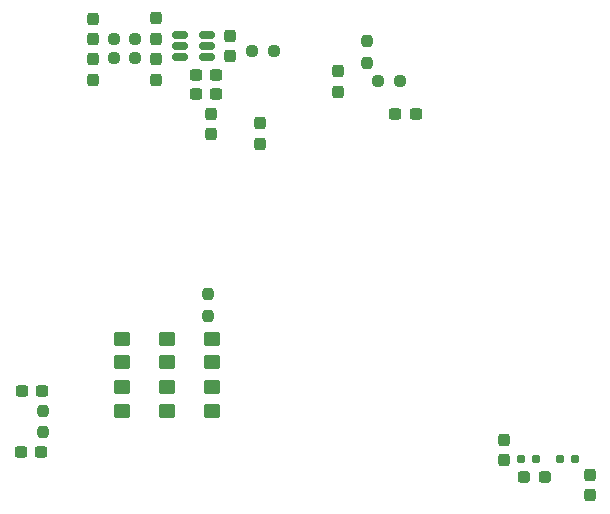
<source format=gbr>
%TF.GenerationSoftware,KiCad,Pcbnew,8.0.9-8.0.9-0~ubuntu22.04.1*%
%TF.CreationDate,2026-02-07T13:51:36+01:00*%
%TF.ProjectId,HW_0008_PrestoLO_rev01b,48575f30-3030-4385-9f50-726573746f4c,rev?*%
%TF.SameCoordinates,Original*%
%TF.FileFunction,Paste,Bot*%
%TF.FilePolarity,Positive*%
%FSLAX46Y46*%
G04 Gerber Fmt 4.6, Leading zero omitted, Abs format (unit mm)*
G04 Created by KiCad (PCBNEW 8.0.9-8.0.9-0~ubuntu22.04.1) date 2026-02-07 13:51:36*
%MOMM*%
%LPD*%
G01*
G04 APERTURE LIST*
G04 Aperture macros list*
%AMRoundRect*
0 Rectangle with rounded corners*
0 $1 Rounding radius*
0 $2 $3 $4 $5 $6 $7 $8 $9 X,Y pos of 4 corners*
0 Add a 4 corners polygon primitive as box body*
4,1,4,$2,$3,$4,$5,$6,$7,$8,$9,$2,$3,0*
0 Add four circle primitives for the rounded corners*
1,1,$1+$1,$2,$3*
1,1,$1+$1,$4,$5*
1,1,$1+$1,$6,$7*
1,1,$1+$1,$8,$9*
0 Add four rect primitives between the rounded corners*
20,1,$1+$1,$2,$3,$4,$5,0*
20,1,$1+$1,$4,$5,$6,$7,0*
20,1,$1+$1,$6,$7,$8,$9,0*
20,1,$1+$1,$8,$9,$2,$3,0*%
G04 Aperture macros list end*
%ADD10RoundRect,0.250000X-0.450000X0.350000X-0.450000X-0.350000X0.450000X-0.350000X0.450000X0.350000X0*%
%ADD11RoundRect,0.237500X0.237500X-0.300000X0.237500X0.300000X-0.237500X0.300000X-0.237500X-0.300000X0*%
%ADD12RoundRect,0.237500X-0.250000X-0.237500X0.250000X-0.237500X0.250000X0.237500X-0.250000X0.237500X0*%
%ADD13RoundRect,0.237500X-0.237500X0.250000X-0.237500X-0.250000X0.237500X-0.250000X0.237500X0.250000X0*%
%ADD14RoundRect,0.237500X-0.300000X-0.237500X0.300000X-0.237500X0.300000X0.237500X-0.300000X0.237500X0*%
%ADD15RoundRect,0.150000X0.512500X0.150000X-0.512500X0.150000X-0.512500X-0.150000X0.512500X-0.150000X0*%
%ADD16RoundRect,0.237500X-0.237500X0.300000X-0.237500X-0.300000X0.237500X-0.300000X0.237500X0.300000X0*%
%ADD17RoundRect,0.237500X0.300000X0.237500X-0.300000X0.237500X-0.300000X-0.237500X0.300000X-0.237500X0*%
%ADD18RoundRect,0.237500X0.250000X0.237500X-0.250000X0.237500X-0.250000X-0.237500X0.250000X-0.237500X0*%
%ADD19RoundRect,0.237500X-0.237500X0.287500X-0.237500X-0.287500X0.237500X-0.287500X0.237500X0.287500X0*%
%ADD20RoundRect,0.160000X0.197500X0.160000X-0.197500X0.160000X-0.197500X-0.160000X0.197500X-0.160000X0*%
%ADD21RoundRect,0.237500X0.287500X0.237500X-0.287500X0.237500X-0.287500X-0.237500X0.287500X-0.237500X0*%
G04 APERTURE END LIST*
D10*
%TO.C,R31*%
X87100000Y-68687500D03*
X87100000Y-70687500D03*
%TD*%
D11*
%TO.C,C110*%
X88600000Y-40662500D03*
X88600000Y-38937500D03*
%TD*%
D12*
%TO.C,R41*%
X90487500Y-40200000D03*
X92312500Y-40200000D03*
%TD*%
D10*
%TO.C,R27*%
X83300000Y-68687500D03*
X83300000Y-70687500D03*
%TD*%
D13*
%TO.C,R39*%
X100200000Y-39387500D03*
X100200000Y-41212500D03*
%TD*%
D14*
%TO.C,C23*%
X71025000Y-69000000D03*
X72750000Y-69000000D03*
%TD*%
D13*
%TO.C,R9*%
X72787500Y-70687500D03*
X72787500Y-72512500D03*
%TD*%
D10*
%TO.C,R30*%
X87100000Y-64600000D03*
X87100000Y-66600000D03*
%TD*%
D15*
%TO.C,U10*%
X86675000Y-38850000D03*
X86675000Y-39800000D03*
X86675000Y-40750000D03*
X84400000Y-40750000D03*
X84400000Y-39800000D03*
X84400000Y-38850000D03*
%TD*%
D11*
%TO.C,C51*%
X119150000Y-77862500D03*
X119150000Y-76137500D03*
%TD*%
D16*
%TO.C,C88*%
X111800000Y-73137500D03*
X111800000Y-74862500D03*
%TD*%
D17*
%TO.C,C116*%
X87462500Y-43900000D03*
X85737500Y-43900000D03*
%TD*%
D11*
%TO.C,C114*%
X82400000Y-42662500D03*
X82400000Y-40937500D03*
%TD*%
%TO.C,C127*%
X87000000Y-47262500D03*
X87000000Y-45537500D03*
%TD*%
D14*
%TO.C,C36*%
X70925000Y-74200000D03*
X72650000Y-74200000D03*
%TD*%
D10*
%TO.C,R28*%
X79500000Y-64600000D03*
X79500000Y-66600000D03*
%TD*%
D18*
%TO.C,R106*%
X103012500Y-42800000D03*
X101187500Y-42800000D03*
%TD*%
D10*
%TO.C,R29*%
X79500000Y-68687500D03*
X79500000Y-70687500D03*
%TD*%
D19*
%TO.C,FB13*%
X91200000Y-46325000D03*
X91200000Y-48075000D03*
%TD*%
D12*
%TO.C,R43*%
X78800000Y-40800000D03*
X80625000Y-40800000D03*
%TD*%
D16*
%TO.C,C113*%
X77000000Y-37537500D03*
X77000000Y-39262500D03*
%TD*%
D10*
%TO.C,R26*%
X83300000Y-64600000D03*
X83300000Y-66600000D03*
%TD*%
D19*
%TO.C,FB10*%
X97800000Y-41925000D03*
X97800000Y-43675000D03*
%TD*%
D12*
%TO.C,R42*%
X78800000Y-39200000D03*
X80625000Y-39200000D03*
%TD*%
D17*
%TO.C,C117*%
X87462500Y-42300000D03*
X85737500Y-42300000D03*
%TD*%
D20*
%TO.C,R104*%
X117797500Y-74800000D03*
X116602500Y-74800000D03*
%TD*%
D17*
%TO.C,C44*%
X104362500Y-45600000D03*
X102637500Y-45600000D03*
%TD*%
D11*
%TO.C,C112*%
X77000000Y-42662500D03*
X77000000Y-40937500D03*
%TD*%
D13*
%TO.C,R107*%
X86750000Y-60837500D03*
X86750000Y-62662500D03*
%TD*%
D20*
%TO.C,R103*%
X114497500Y-74800000D03*
X113302500Y-74800000D03*
%TD*%
D21*
%TO.C,FB9*%
X115275000Y-76300000D03*
X113525000Y-76300000D03*
%TD*%
D16*
%TO.C,C115*%
X82400000Y-37475000D03*
X82400000Y-39200000D03*
%TD*%
M02*

</source>
